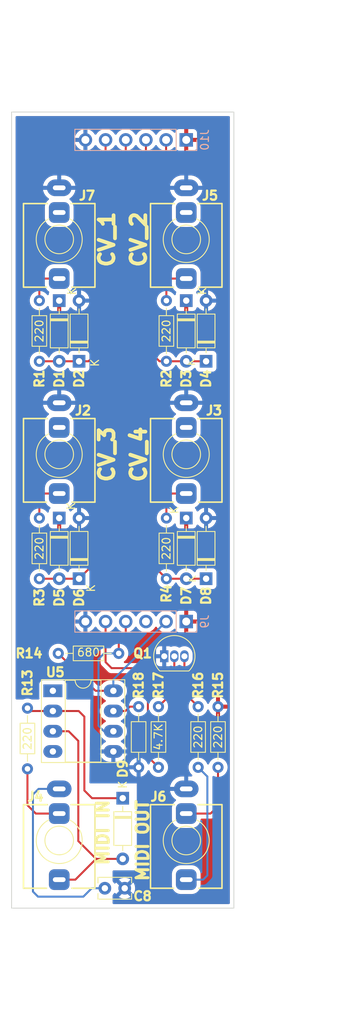
<source format=kicad_pcb>
(kicad_pcb (version 20211014) (generator pcbnew)
  (title_block (title "SYNTH MIDI COMTROLLER") (date "2022-09-23") (rev "1") (company "LAND BOARDS, LLC"))
  (layers (0 "F.Cu" signal) (31 "B.Cu" signal) (34 "B.Paste" user) (35 "F.Paste" user) (36 "B.SilkS" user "B.Silkscreen") (37 "F.SilkS" user "F.Silkscreen") (38 "B.Mask" user) (39 "F.Mask" user) (44 "Edge.Cuts" user))
  (net 0 "")
  (net 1 "+3V3")
  (net 2 "+5V")
  (net 6 "/MIDI_IN")
  (net 7 "Net-(Q1-Pad3)")
  (net 8 "/CV4")
  (net 9 "/CV3")
  (net 10 "/CV1")
  (net 11 "/CV2")
  (net 13 "GND")
  (net 14 "/MIDI_GND")
  (net 15 "/MIDI_RTN")
  (net 18 "/MIDI_RES")
  (net 19 "/MO5")
  (net 20 "/MOLO")
  (net 21 "/RBO")
  (net 22 "/OBF")
  (net 23 "+5VD")
  (net 24 "/CV1_C")
  (net 25 "/CV2_C")
  (net 26 "/CV3_C")
  (net 27 "/CV4_C")
  (net 28 "/OPTOUT-C")
  (net 29 "/RBI-C")
  (footprint "Diode_THT:D_DO-35_SOD27_P7.62mm_Horizontal" (layer "F.Cu") (at 89.5 90.62 90)
    (fp_text reference "D8" (at -2.159 0 90) (layer "F.SilkS") (effects (font (size 1.143 1.143) (thickness 0.381))))
    (fp_text value "BAT41")
    (fp_text user "K" (at 0 -1.8 90) (layer "F.SilkS"))
    (fp_line (start 1.04 0) (end 1.69 0) (layer "F.SilkS") (width 0.12))
    (fp_line (start 6.58 0) (end 5.93 0) (layer "F.SilkS") (width 0.12))
    (fp_line (start 2.53 -1.12) (end 2.53 1.12) (layer "F.SilkS") (width 0.12))
    (fp_line (start 1.69 1.12) (end 5.93 1.12) (layer "F.SilkS") (width 0.12))
    (fp_line (start 5.93 -1.12) (end 1.69 -1.12) (layer "F.SilkS") (width 0.12))
    (fp_line (start 5.93 1.12) (end 5.93 -1.12) (layer "F.SilkS") (width 0.12))
    (fp_line (start 2.41 -1.12) (end 2.41 1.12) (layer "F.SilkS") (width 0.12))
    (fp_line (start 2.29 -1.12) (end 2.29 1.12) (layer "F.SilkS") (width 0.12))
    (fp_line (start 1.69 -1.12) (end 1.69 1.12) (layer "F.SilkS") (width 0.12))
    (pad "1" thru_hole rect (at 0 0 90) (size 1.6 1.6) (drill 0.8) (layers *.Cu *.Mask) (net 27 "/CV4_C"))
    (pad "2" thru_hole oval (at 7.62 0 90) (size 1.6 1.6) (drill 0.8) (layers *.Cu *.Mask) (net 13 "GND"))
  )
  (footprint "Diode_THT:D_DO-35_SOD27_P7.62mm_Horizontal" (layer "F.Cu") (at 73.5 63.31 90)
    (fp_text reference "D2" (at -2.19 0 90) (layer "F.SilkS") (effects (font (size 1.143 1.143) (thickness 0.381))))
    (fp_text value "BAT41")
    (fp_text user "K" (at -0.19 2 90) (layer "F.SilkS"))
    (fp_line (start 1.69 1.12) (end 5.93 1.12) (layer "F.SilkS") (width 0.12))
    (fp_line (start 1.04 0) (end 1.69 0) (layer "F.SilkS") (width 0.12))
    (fp_line (start 2.53 -1.12) (end 2.53 1.12) (layer "F.SilkS") (width 0.12))
    (fp_line (start 5.93 -1.12) (end 1.69 -1.12) (layer "F.SilkS") (width 0.12))
    (fp_line (start 2.29 -1.12) (end 2.29 1.12) (layer "F.SilkS") (width 0.12))
    (fp_line (start 1.69 -1.12) (end 1.69 1.12) (layer "F.SilkS") (width 0.12))
    (fp_line (start 5.93 1.12) (end 5.93 -1.12) (layer "F.SilkS") (width 0.12))
    (fp_line (start 2.41 -1.12) (end 2.41 1.12) (layer "F.SilkS") (width 0.12))
    (fp_line (start 6.58 0) (end 5.93 0) (layer "F.SilkS") (width 0.12))
    (pad "1" thru_hole rect (at 0 0 90) (size 1.6 1.6) (drill 0.8) (layers *.Cu *.Mask) (net 24 "/CV1_C"))
    (pad "2" thru_hole oval (at 7.62 0 90) (size 1.6 1.6) (drill 0.8) (layers *.Cu *.Mask) (net 13 "GND"))
  )
  (footprint "Resistor_THT:R_Axial_DIN0204_L3.6mm_D1.6mm_P7.62mm_Horizontal" (layer "F.Cu") (at 84.5 63.31 90)
    (fp_text reference "R2" (at -2.19 0 90) (layer "F.SilkS") (effects (font (size 1.143 1.143) (thickness 0.381))))
    (fp_text value "220" (at 3.81 0 90) (layer "F.SilkS"))
    (fp_line (start 1.89 0.92) (end 5.73 0.92) (layer "F.SilkS") (width 0.12))
    (fp_line (start 0.94 0) (end 1.89 0) (layer "F.SilkS") (width 0.12))
    (fp_line (start 6.68 0) (end 5.73 0) (layer "F.SilkS") (width 0.12))
    (fp_line (start 5.73 0.92) (end 5.73 -0.92) (layer "F.SilkS") (width 0.12))
    (fp_line (start 1.89 -0.92) (end 1.89 0.92) (layer "F.SilkS") (width 0.12))
    (fp_line (start 5.73 -0.92) (end 1.89 -0.92) (layer "F.SilkS") (width 0.12))
    (pad "1" thru_hole circle (at 0 0 90) (size 1.4 1.4) (drill 0.7) (layers *.Cu *.Mask) (net 25 "/CV2_C"))
    (pad "2" thru_hole oval (at 7.62 0 90) (size 1.4 1.4) (drill 0.7) (layers *.Cu *.Mask) (net 11 "/CV2"))
  )
  (footprint "Capacitor_THT:C_Rect_L4.0mm_W2.5mm_P2.50mm" (layer "F.Cu") (at 76.75 129.5)
    (fp_text reference "C8" (at 4.75 1) (layer "F.SilkS") (effects (font (size 1.143 1.143) (thickness 0.381))))
    (fp_text value "0.1uF")
    (fp_line (start -0.87 -1.37) (end 3.37 -1.37) (layer "F.SilkS") (width 0.12))
    (fp_line (start -0.87 1.37) (end 3.37 1.37) (layer "F.SilkS") (width 0.12))
    (fp_line (start -0.87 -1.37) (end -0.87 -0.665) (layer "F.SilkS") (width 0.12))
    (fp_line (start 3.37 -1.37) (end 3.37 -0.665) (layer "F.SilkS") (width 0.12))
    (fp_line (start -0.87 0.665) (end -0.87 1.37) (layer "F.SilkS") (width 0.12))
    (fp_line (start 3.37 0.665) (end 3.37 1.37) (layer "F.SilkS") (width 0.12))
    (pad "1" thru_hole circle (at 0 0) (size 1.6 1.6) (drill 0.8) (layers *.Cu *.Mask) (net 14 "/MIDI_GND"))
    (pad "2" thru_hole circle (at 2.5 0) (size 1.6 1.6) (drill 0.8) (layers *.Cu *.Mask) (net 13 "GND"))
  )
  (footprint "Resistor_THT:R_Axial_DIN0204_L3.6mm_D1.6mm_P7.62mm_Horizontal" (layer "F.Cu") (at 84.5 90.62 90)
    (fp_text reference "R4" (at -1.88 0 90) (layer "F.SilkS") (effects (font (size 1.143 1.143) (thickness 0.381))))
    (fp_text value "220" (at 3.81 0 90) (layer "F.SilkS"))
    (fp_line (start 1.89 0.92) (end 5.73 0.92) (layer "F.SilkS") (width 0.12))
    (fp_line (start 6.68 0) (end 5.73 0) (layer "F.SilkS") (width 0.12))
    (fp_line (start 1.89 -0.92) (end 1.89 0.92) (layer "F.SilkS") (width 0.12))
    (fp_line (start 5.73 -0.92) (end 1.89 -0.92) (layer "F.SilkS") (width 0.12))
    (fp_line (start 5.73 0.92) (end 5.73 -0.92) (layer "F.SilkS") (width 0.12))
    (fp_line (start 0.94 0) (end 1.89 0) (layer "F.SilkS") (width 0.12))
    (pad "1" thru_hole circle (at 0 0 90) (size 1.4 1.4) (drill 0.7) (layers *.Cu *.Mask) (net 27 "/CV4_C"))
    (pad "2" thru_hole oval (at 7.62 0 90) (size 1.4 1.4) (drill 0.7) (layers *.Cu *.Mask) (net 8 "/CV4"))
  )
  (footprint "Resistor_THT:R_Axial_DIN0204_L3.6mm_D1.6mm_P7.62mm_Horizontal" (layer "F.Cu") (at 67 114.5 90)
    (fp_text reference "R13" (at 10.795 0 90) (layer "F.SilkS") (effects (font (size 1.143 1.143) (thickness 0.381))))
    (fp_text value "220" (at 3.81 0 90) (layer "F.SilkS"))
    (fp_line (start 5.73 0.92) (end 5.73 -0.92) (layer "F.SilkS") (width 0.12))
    (fp_line (start 5.73 -0.92) (end 1.89 -0.92) (layer "F.SilkS") (width 0.12))
    (fp_line (start 1.89 -0.92) (end 1.89 0.92) (layer "F.SilkS") (width 0.12))
    (fp_line (start 6.68 0) (end 5.73 0) (layer "F.SilkS") (width 0.12))
    (fp_line (start 0.94 0) (end 1.89 0) (layer "F.SilkS") (width 0.12))
    (fp_line (start 1.89 0.92) (end 5.73 0.92) (layer "F.SilkS") (width 0.12))
    (pad "1" thru_hole circle (at 0 0 90) (size 1.4 1.4) (drill 0.7) (layers *.Cu *.Mask) (net 6 "/MIDI_IN"))
    (pad "2" thru_hole oval (at 7.62 0 90) (size 1.4 1.4) (drill 0.7) (layers *.Cu *.Mask) (net 18 "/MIDI_RES"))
  )
  (footprint "AudioJacks:Jack_3.5mm_QingPu_WQP-PJ366ST_Vertical" (layer "F.Cu") (at 87 75 180)
    (fp_text reference "J3" (at -3.5 5.5 180) (layer "F.SilkS") (effects (font (size 1.143 1.143) (thickness 0.381))))
    (fp_text value "AudioJack3")
    (fp_line (start -4.5 4.5) (end -1.5 4.5) (layer "F.SilkS") (width 0.2))
    (fp_line (start 1.6 -6) (end 4.5 -6) (layer "F.SilkS") (width 0.2))
    (fp_line (start 4.5 4.5) (end 4.5 -6) (layer "F.SilkS") (width 0.2))
    (fp_line (start 1.5 4.5) (end 4.5 4.5) (layer "F.SilkS") (width 0.2))
    (fp_line (start -4.5 4.5) (end -4.5 -6) (layer "F.SilkS") (width 0.2))
    (fp_line (start -4.5 -6) (end -1.6 -6) (layer "F.SilkS") (width 0.2))
    (fp_arc (start -1.296263 2.588577) (mid -2.817353 -0.665994) (end 0 -2.895) (layer "F.SilkS") (width 0.12))
    (fp_arc (start 0 -2.895) (mid 2.817353 -0.665994) (end 1.296263 2.588577) (layer "F.SilkS") (width 0.12))
    (fp_circle (center 0 0) (end -1.8 0) (layer "F.SilkS") (width 0.12) (fill none))
    (pad "R" thru_hole roundrect locked (at 0 3.38 180) (size 2.6 2.6) (drill oval 1.6 0.6) (layers *.Cu *.Mask))
    (pad "S" thru_hole oval locked (at 0 6.48 180) (size 3.1 2.1) (drill oval 1.6 0.6) (layers *.Cu *.Mask) (net 13 "GND"))
    (pad "T" thru_hole roundrect locked (at 0 -4.92 180) (size 2.6 2.6) (drill oval 1.6 0.6) (layers *.Cu *.Mask) (net 8 "/CV4"))
  )
  (footprint "Package_DIP:DIP-8_W7.62mm_Socket_LongPads" (layer "F.Cu") (at 70.2 104.7)
    (fp_text reference "U5" (at 0.3 -2.33) (layer "F.SilkS") (effects (font (size 1.143 1.143) (thickness 0.381))))
    (fp_text value "6N138")
    (fp_line (start 2.81 -1.33) (end 1.56 -1.33) (layer "F.SilkS") (width 0.12))
    (fp_line (start -1.44 -1.39) (end -1.44 9.01) (layer "F.SilkS") (width 0.12))
    (fp_line (start 1.56 -1.33) (end 1.56 8.95) (layer "F.SilkS") (width 0.12))
    (fp_line (start 1.56 8.95) (end 6.06 8.95) (layer "F.SilkS") (width 0.12))
    (fp_line (start 9.06 -1.39) (end -1.44 -1.39) (layer "F.SilkS") (width 0.12))
    (fp_line (start 6.06 8.95) (end 6.06 -1.33) (layer "F.SilkS") (width 0.12))
    (fp_line (start 6.06 -1.33) (end 4.81 -1.33) (layer "F.SilkS") (width 0.12))
    (fp_line (start -1.44 9.01) (end 9.06 9.01) (layer "F.SilkS") (width 0.12))
    (fp_line (start 9.06 9.01) (end 9.06 -1.39) (layer "F.SilkS") (width 0.12))
    (fp_arc (start 4.81 -1.33) (mid 3.81 -0.33) (end 2.81 -1.33) (layer "F.SilkS") (width 0.12))
    (pad "1" thru_hole rect (at 0 0) (size 2.4 1.6) (drill 0.8) (layers *.Cu *.Mask))
    (pad "2" thru_hole oval (at 0 2.54) (size 2.4 1.6) (drill 0.8) (layers *.Cu *.Mask) (net 18 "/MIDI_RES"))
    (pad "3" thru_hole oval (at 0 5.08) (size 2.4 1.6) (drill 0.8) (layers *.Cu *.Mask) (net 15 "/MIDI_RTN"))
    (pad "4" thru_hole oval (at 0 7.62) (size 2.4 1.6) (drill 0.8) (layers *.Cu *.Mask))
    (pad "5" thru_hole oval (at 7.62 7.62) (size 2.4 1.6) (drill 0.8) (layers *.Cu *.Mask) (net 13 "GND"))
    (pad "6" thru_hole oval (at 7.62 5.08) (size 2.4 1.6) (drill 0.8) (layers *.Cu *.Mask) (net 28 "/OPTOUT-C"))
    (pad "7" thru_hole oval (at 7.62 2.54) (size 2.4 1.6) (drill 0.8) (layers *.Cu *.Mask) (net 22 "/OBF"))
    (pad "8" thru_hole oval (at 7.62 0) (size 2.4 1.6) (drill 0.8) (layers *.Cu *.Mask) (net 1 "+3V3"))
  )
  (footprint "AudioJacks:Jack_3.5mm_QingPu_WQP-PJ366ST_Vertical" (layer "F.Cu") (at 87 48 180)
    (fp_text reference "J5" (at -3 5.5) (layer "F.SilkS") (effects (font (size 1.143 1.143) (thickness 0.381))))
    (fp_text value "AudioJack3")
    (fp_line (start 4.5 4.5) (end 4.5 -6) (layer "F.SilkS") (width 0.2))
    (fp_line (start 1.5 4.5) (end 4.5 4.5) (layer "F.SilkS") (width 0.2))
    (fp_line (start -4.5 -6) (end -1.6 -6) (layer "F.SilkS") (width 0.2))
    (fp_line (start -4.5 4.5) (end -1.5 4.5) (layer "F.SilkS") (width 0.2))
    (fp_line (start 1.6 -6) (end 4.5 -6) (layer "F.SilkS") (width 0.2))
    (fp_line (start -4.5 4.5) (end -4.5 -6) (layer "F.SilkS") (width 0.2))
    (fp_arc (start -1.296263 2.588577) (mid -2.817353 -0.665994) (end 0 -2.895) (layer "F.SilkS") (width 0.12))
    (fp_arc (start 0 -2.895) (mid 2.817353 -0.665994) (end 1.296263 2.588577) (layer "F.SilkS") (width 0.12))
    (fp_circle (center 0 0) (end -1.8 0) (layer "F.SilkS") (width 0.12) (fill none))
    (pad "R" thru_hole roundrect locked (at 0 3.38 180) (size 2.6 2.6) (drill oval 1.6 0.6) (layers *.Cu *.Mask))
    (pad "S" thru_hole oval locked (at 0 6.48 180) (size 3.1 2.1) (drill oval 1.6 0.6) (layers *.Cu *.Mask) (net 13 "GND"))
    (pad "T" thru_hole roundrect locked (at 0 -4.92 180) (size 2.6 2.6) (drill oval 1.6 0.6) (layers *.Cu *.Mask) (net 11 "/CV2"))
  )
  (footprint "Diode_THT:D_DO-35_SOD27_P7.62mm_Horizontal" (layer "F.Cu") (at 87 55.69 -90)
    (fp_text reference "D3" (at 9.81 0 90) (layer "F.SilkS") (effects (font (size 1.143 1.143) (thickness 0.381))))
    (fp_text value "BAT41")
    (fp_text user "K" (at -1.19 -2 90) (layer "F.SilkS"))
    (fp_line (start 2.53 -1.12) (end 2.53 1.12) (layer "F.SilkS") (width 0.12))
    (fp_line (start 5.93 1.12) (end 5.93 -1.12) (layer "F.SilkS") (width 0.12))
    (fp_line (start 2.41 -1.12) (end 2.41 1.12) (layer "F.SilkS") (width 0.12))
    (fp_line (start 1.69 -1.12) (end 1.69 1.12) (layer "F.SilkS") (width 0.12))
    (fp_line (start 6.58 0) (end 5.93 0) (layer "F.SilkS") (width 0.12))
    (fp_line (start 5.93 -1.12) (end 1.69 -1.12) (layer "F.SilkS") (width 0.12))
    (fp_line (start 1.04 0) (end 1.69 0) (layer "F.SilkS") (width 0.12))
    (fp_line (start 2.29 -1.12) (end 2.29 1.12) (layer "F.SilkS") (width 0.12))
    (fp_line (start 1.69 1.12) (end 5.93 1.12) (layer "F.SilkS") (width 0.12))
    (pad "1" thru_hole rect (at 0 0 270) (size 1.6 1.6) (drill 0.8) (layers *.Cu *.Mask) (net 2 "+5V"))
    (pad "2" thru_hole oval (at 7.62 0 270) (size 1.6 1.6) (drill 0.8) (layers *.Cu *.Mask) (net 25 "/CV2_C"))
  )
  (footprint "Diode_THT:D_DO-35_SOD27_P7.62mm_Horizontal" (layer "F.Cu") (at 79 118.19 -90)
    (fp_text reference "D9" (at -3.69 0 90) (layer "F.SilkS") (effects (font (size 1.143 1.143) (thickness 0.381))))
    (fp_text value "BAT41")
    (fp_text user "K" (at -1.69 0 90) (layer "F.SilkS"))
    (fp_line (start 1.69 1.12) (end 5.93 1.12) (layer "F.SilkS") (width 0.12))
    (fp_line (start 2.29 -1.12) (end 2.29 1.12) (layer "F.SilkS") (width 0.12))
    (fp_line (start 2.53 -1.12) (end 2.53 1.12) (layer "F.SilkS") (width 0.12))
    (fp_line (start 1.69 -1.12) (end 1.69 1.12) (layer "F.SilkS") (width 0.12))
    (fp_line (start 5.93 1.12) (end 5.93 -1.12) (layer "F.SilkS") (width 0.12))
    (fp_line (start 2.41 -1.12) (end 2.41 1.12) (layer "F.SilkS") (width 0.12))
    (fp_line (start 5.93 -1.12) (end 1.69 -1.12) (layer "F.SilkS") (width 0.12))
    (fp_line (start 1.04 0) (end 1.69 0) (layer "F.SilkS") (width 0.12))
    (fp_line (start 6.58 0) (end 5.93 0) (layer "F.SilkS") (width 0.12))
    (pad "1" thru_hole rect (at 0 0 270) (size 1.6 1.6) (drill 0.8) (layers *.Cu *.Mask) (net 18 "/MIDI_RES"))
    (pad "2" thru_hole oval (at 7.62 0 270) (size 1.6 1.6) (drill 0.8) (layers *.Cu *.Mask) (net 15 "/MIDI_RTN"))
  )
  (footprint "Resistor_THT:R_Axial_DIN0204_L3.6mm_D1.6mm_P7.62mm_Horizontal" (layer "F.Cu") (at 68.5 63.31 90)
    (fp_text reference "R1" (at -2.19 0 90) (layer "F.SilkS") (effects (font (size 1.143 1.143) (thickness 0.381))))
    (fp_text value "220" (at 3.81 0 90) (layer "F.SilkS"))
    (fp_line (start 1.89 0.92) (end 5.73 0.92) (layer "F.SilkS") (width 0.12))
    (fp_line (start 5.73 -0.92) (end 1.89 -0.92) (layer "F.SilkS") (width 0.12))
    (fp_line (start 1.89 -0.92) (end 1.89 0.92) (layer "F.SilkS") (width 0.12))
    (fp_line (start 0.94 0) (end 1.89 0) (layer "F.SilkS") (width 0.12))
    (fp_line (start 5.73 0.92) (end 5.73 -0.92) (layer "F.SilkS") (width 0.12))
    (fp_line (start 6.68 0) (end 5.73 0) (layer "F.SilkS") (width 0.12))
    (pad "1" thru_hole circle (at 0 0 90) (size 1.4 1.4) (drill 0.7) (layers *.Cu *.Mask) (net 24 "/CV1_C"))
    (pad "2" thru_hole oval (at 7.62 0 90) (size 1.4 1.4) (drill 0.7) (layers *.Cu *.Mask) (net 10 "/CV1"))
  )
  (footprint "Diode_THT:D_DO-35_SOD27_P7.62mm_Horizontal" (layer "F.Cu") (at 71 55.69 -90)
    (fp_text reference "D1" (at 9.81 0 90) (layer "F.SilkS") (effects (font (size 1.143 1.143) (thickness 0.381))))
    (fp_text value "BAT41")
    (fp_text user "K" (at -1.19 -1.6 90) (layer "F.SilkS"))
    (fp_line (start 1.69 -1.12) (end 1.69 1.12) (layer "F.SilkS") (width 0.12))
    (fp_line (start 2.29 -1.12) (end 2.29 1.12) (layer "F.SilkS") (width 0.12))
    (fp_line (start 6.58 0) (end 5.93 0) (layer "F.SilkS") (width 0.12))
    (fp_line (start 1.04 0) (end 1.69 0) (layer "F.SilkS") (width 0.12))
    (fp_line (start 5.93 1.12) (end 5.93 -1.12) (layer "F.SilkS") (width 0.12))
    (fp_line (start 5.93 -1.12) (end 1.69 -1.12) (layer "F.SilkS") (width 0.12))
    (fp_line (start 1.69 1.12) (end 5.93 1.12) (layer "F.SilkS") (width 0.12))
    (fp_line (start 2.41 -1.12) (end 2.41 1.12) (layer "F.SilkS") (width 0.12))
    (fp_line (start 2.53 -1.12) (end 2.53 1.12) (layer "F.SilkS") (width 0.12))
    (pad "1" thru_hole rect (at 0 0 270) (size 1.6 1.6) (drill 0.8) (layers *.Cu *.Mask) (net 2 "+5V"))
    (pad "2" thru_hole oval (at 7.62 0 270) (size 1.6 1.6) (drill 0.8) (layers *.Cu *.Mask) (net 24 "/CV1_C"))
  )
  (footprint "Diode_THT:D_DO-35_SOD27_P7.62mm_Horizontal" (layer "F.Cu") (at 87 83 -90)
    (fp_text reference "D7" (at 9.779 0 90) (layer "F.SilkS") (effects (font (size 1.143 1.143) (thickness 0.381))))
    (fp_text value "BAT41")
    (fp_text user "K" (at -1 1.5 90) (layer "F.SilkS"))
    (fp_line (start 5.93 1.12) (end 5.93 -1.12) (layer "F.SilkS") (width 0.12))
    (fp_line (start 6.58 0) (end 5.93 0) (layer "F.SilkS") (width 0.12))
    (fp_line (start 2.53 -1.12) (end 2.53 1.12) (layer "F.SilkS") (width 0.12))
    (fp_line (start 1.69 -1.12) (end 1.69 1.12) (layer "F.SilkS") (width 0.12))
    (fp_line (start 5.93 -1.12) (end 1.69 -1.12) (layer "F.SilkS") (width 0.12))
    (fp_line (start 2.41 -1.12) (end 2.41 1.12) (layer "F.SilkS") (width 0.12))
    (fp_line (start 1.04 0) (end 1.69 0) (layer "F.SilkS") (width 0.12))
    (fp_line (start 1.69 1.12) (end 5.93 1.12) (layer "F.SilkS") (width 0.12))
    (fp_line (start 2.29 -1.12) (end 2.29 1.12) (layer "F.SilkS") (width 0.12))
    (pad "1" thru_hole rect (at 0 0 270) (size 1.6 1.6) (drill 0.8) (layers *.Cu *.Mask) (net 2 "+5V"))
    (pad "2" thru_hole oval (at 7.62 0 270) (size 1.6 1.6) (drill 0.8) (layers *.Cu *.Mask) (net 27 "/CV4_C"))
  )
  (footprint "Diode_THT:D_DO-35_SOD27_P7.62mm_Horizontal" (layer "F.Cu") (at 73.5 90.62 90)
    (fp_text reference "D6" (at -2.38 0 90) (layer "F.SilkS") (effects (font (size 1.143 1.143) (thickness 0.381))))
    (fp_text value "BAT41")
    (fp_text user "K" (at -1.19 1.5 90) (layer "F.SilkS"))
    (fp_line (start 2.29 -1.12) (end 2.29 1.12) (layer "F.SilkS") (width 0.12))
    (fp_line (start 1.04 0) (end 1.69 0) (layer "F.SilkS") (width 0.12))
    (fp_line (start 5.93 -1.12) (end 1.69 -1.12) (layer "F.SilkS") (width 0.12))
    (fp_line (start 2.41 -1.12) (end 2.41 1.12) (layer "F.SilkS") (width 0.12))
    (fp_line (start 6.58 0) (end 5.93 0) (layer "F.SilkS") (width 0.12))
    (fp_line (start 5.93 1.12) (end 5.93 -1.12) (layer "F.SilkS") (width 0.12))
    (fp_line (start 1.69 -1.12) (end 1.69 1.12) (layer "F.SilkS") (width 0.12))
    (fp_line (start 2.53 -1.12) (end 2.53 1.12) (layer "F.SilkS") (width 0.12))
    (fp_line (start 1.69 1.12) (end 5.93 1.12) (layer "F.SilkS") (width 0.12))
    (pad "1" thru_hole rect (at 0 0 90) (size 1.6 1.6) (drill 0.8) (layers *.Cu *.Mask) (net 26 "/CV3_C"))
    (pad "2" thru_hole oval (at 7.62 0 90) (size 1.6 1.6) (drill 0.8) (layers *.Cu *.Mask) (net 13 "GND"))
  )
  (footprint "AudioJacks:Jack_3.5mm_QingPu_WQP-PJ366ST_Vertical" (layer "F.Cu") (at 87 123.5 180)
    (fp_text reference "J6" (at 3.5 5.5) (layer "F.SilkS") (effects (font (size 1.143 1.143) (thickness 0.381))))
    (fp_text value "AudioJack3")
    (fp_line (start -4.5 -6) (end -1.6 -6) (layer "F.SilkS") (width 0.2))
    (fp_line (start 4.5 4.5) (end 4.5 -6) (layer "F.SilkS") (width 0.2))
    (fp_line (start -4.5 4.5) (end -4.5 -6) (layer "F.SilkS") (width 0.2))
    (fp_line (start 1.5 4.5) (end 4.5 4.5) (layer "F.SilkS") (width 0.2))
    (fp_line (start -4.5 4.5) (end -1.5 4.5) (layer "F.SilkS") (width 0.2))
    (fp_line (start 1.6 -6) (end 4.5 -6) (layer "F.SilkS") (width 0.2))
    (fp_arc (start -1.296263 2.588577) (mid -2.817353 -0.665994) (end 0 -2.895) (layer "F.SilkS") (width 0.12))
    (fp_arc (start 0 -2.895) (mid 2.817353 -0.665994) (end 1.296263 2.588577) (layer "F.SilkS") (width 0.12))
    (fp_circle (center 0 0) (end -1.8 0) (layer "F.SilkS") (width 0.12) (fill none))
    (pad "R" thru_hole roundrect locked (at 0 3.38 180) (size 2.6 2.6) (drill oval 1.6 0.6) (layers *.Cu *.Mask) (net 19 "/MO5"))
    (pad "S" thru_hole oval locked (at 0 6.48 180) (size 3.1 2.1) (drill oval 1.6 0.6) (layers *.Cu *.Mask) (net 13 "GND"))
    (pad "T" thru_hole roundrect locked (at 0 -4.92 180) (size 2.6 2.6) (drill oval 1.6 0.6) (layers *.Cu *.Mask) (net 20 "/MOLO"))
  )
  (footprint "Resistor_THT:R_Axial_DIN0204_L3.6mm_D1.6mm_P7.62mm_Horizontal" (layer "F.Cu") (at 68.5 90.62 90)
    (fp_text reference "R3" (at -2.38 0 90) (layer "F.SilkS") (effects (font (size 1.143 1.143) (thickness 0.381))))
    (fp_text value "220" (at 3.81 0 90) (layer "F.SilkS"))
    (fp_line (start 5.73 -0.92) (end 1.89 -0.92) (layer "F.SilkS") (width 0.12))
    (fp_line (start 5.73 0.92) (end 5.73 -0.92) (layer "F.SilkS") (width 0.12))
    (fp_line (start 1.89 -0.92) (end 1.89 0.92) (layer "F.SilkS") (width 0.12))
    (fp_line (start 6.68 0) (end 5.73 0) (layer "F.SilkS") (width 0.12))
    (fp_line (start 1.89 0.92) (end 5.73 0.92) (layer "F.SilkS") (width 0.12))
    (fp_line (start 0.94 0) (end 1.89 0) (layer "F.SilkS") (width 0.12))
    (pad "1" thru_hole circle (at 0 0 90) (size 1.4 1.4) (drill 0.7) (layers *.Cu *.Mask) (net 26 "/CV3_C"))
    (pad "2" thru_hole oval (at 7.62 0 90) (size 1.4 1.4) (drill 0.7) (layers *.Cu *.Mask) (net 9 "/CV3"))
  )
  (footprint "Diode_THT:D_DO-35_SOD27_P7.62mm_Horizontal" (layer "F.Cu") (at 89.5 63.31 90)
    (fp_text reference "D4" (at -2.19 0 90) (layer "F.SilkS") (effects (font (size 1.143 1.143) (thickness 0.381))))
    (fp_text value "BAT41")
    (fp_text user "K" (at -0.095 -1.905 90) (layer "F.SilkS"))
    (fp_line (start 2.29 -1.12) (end 2.29 1.12) (layer "F.SilkS") (width 0.12))
    (fp_line (start 2.41 -1.12) (end 2.41 1.12) (layer "F.SilkS") (width 0.12))
    (fp_line (start 1.69 -1.12) (end 1.69 1.12) (layer "F.SilkS") (width 0.12))
    (fp_line (start 1.04 0) (end 1.69 0) (layer "F.SilkS") (width 0.12))
    (fp_line (start 5.93 1.12) (end 5.93 -1.12) (layer "F.SilkS") (width 0.12))
    (fp_line (start 2.53 -1.12) (end 2.53 1.12) (layer "F.SilkS") (width 0.12))
    (fp_line (start 6.58 0) (end 5.93 0) (layer "F.SilkS") (width 0.12))
    (fp_line (start 5.93 -1.12) (end 1.69 -1.12) (layer "F.SilkS") (width 0.12))
    (fp_line (start 1.69 1.12) (end 5.93 1.12) (layer "F.SilkS") (width 0.12))
    (pad "1" thru_hole rect (at 0 0 90) (size 1.6 1.6) (drill 0.8) (layers *.Cu *.Mask) (net 25 "/CV2_C"))
    (pad "2" thru_hole oval (at 7.62 0 90) (size 1.6 1.6) (drill 0.8) (layers *.Cu *.Mask) (net 13 "GND"))
  )
  (footprint "Resistor_THT:R_Axial_DIN0204_L3.6mm_D1.6mm_P7.62mm_Horizontal" (layer "F.Cu") (at 88.5 106.69 -90)
    (fp_text reference "R16" (at -2.69 0 90) (layer "F.SilkS") (effects (font (size 1.143 1.143) (thickness 0.381))))
    (fp_text value "220" (at 3.81 0 90) (layer "F.SilkS"))
    (fp_line (start 0.94 0) (end 1.89 0) (layer "F.SilkS") (width 0.12))
    (fp_line (start 5.73 0.92) (end 5.73 -0.92) (layer "F.SilkS") (width 0.12))
    (fp_line (start 6.68 0) (end 5.73 0) (layer "F.SilkS") (width 0.12))
    (fp_line (start 1.89 -0.92) (end 1.89 0.92) (layer "F.SilkS") (width 0.12))
    (fp_line (start 1.89 0.92) (end 5.73 0.92) (layer "F.SilkS") (width 0.12))
    (fp_line (start 5.73 -0.92) (end 1.89 -0.92) (layer "F.SilkS") (width 0.12))
    (pad "1" thru_hole circle (at 0 0 270) (size 1.4 1.4) (drill 0.7) (layers *.Cu *.Mask) (net 7 "Net-(Q1-Pad3)"))
    (pad "2" thru_hole oval (at 7.62 0 270) (size 1.4 1.4) (drill 0.7) (layers *.Cu *.Mask) (net 20 "/MOLO"))
  )
  (footprint "Package_TO_SOT_THT:TO-92_Inline" (layer "F.Cu") (at 84.23 100.36)
    (fp_text reference "Q1" (at -2.73 -0.36) (layer "F.SilkS") (effects (font (size 1.143 1.143) (thickness 0.381))))
    (fp_text value "2N3904")
    (fp_line (start -0.53 1.85) (end 3.07 1.85) (layer "F.SilkS") (width 0.12))
    (fp_arc (start 1.27 -2.6) (mid 3.672087 -0.994977) (end 3.108478 1.838478) (layer "F.SilkS") (width 0.12))
    (fp_arc (start -0.568478 1.838478) (mid -1.132087 -0.994977) (end 1.27 -2.6) (layer "F.SilkS") (width 0.12))
    (pad "1" thru_hole rect (at 0 0) (size 1.05 1.5) (drill 0.75) (layers *.Cu *.Mask) (net 13 "GND"))
    (pad "2" thru_hole oval (at 1.27 0) (size 1.05 1.5) (drill 0.75) (layers *.Cu *.Mask) (net 21 "/RBO"))
    (pad "3" thru_hole oval (at 2.54 0) (size 1.05 1.5) (drill 0.75) (layers *.Cu *.Mask) (net 7 "Net-(Q1-Pad3)"))
  )
  (footprint "Diode_THT:D_DO-35_SOD27_P7.62mm_Horizontal" (layer "F.Cu") (at 71 83 -90)
    (fp_text reference "D5" (at 10 0 90) (layer "F.SilkS") (effects (font (size 1.143 1.143) (thickness 0.381))))
    (fp_text value "BAT41")
    (fp_text user "K" (at -1.5 -1.5 90) (layer "F.SilkS"))
    (fp_line (start 1.04 0) (end 1.69 0) (layer "F.SilkS") (width 0.12))
    (fp_line (start 5.93 -1.12) (end 1.69 -1.12) (layer "F.SilkS") (width 0.12))
    (fp_line (start 2.29 -1.12) (end 2.29 1.12) (layer "F.SilkS") (width 0.12))
    (fp_line (start 5.93 1.12) (end 5.93 -1.12) (layer "F.SilkS") (width 0.12))
    (fp_line (start 2.53 -1.12) (end 2.53 1.12) (layer "F.SilkS") (width 0.12))
    (fp_line (start 1.69 -1.12) (end 1.69 1.12) (layer "F.SilkS") (width 0.12))
    (fp_line (start 1.69 1.12) (end 5.93 1.12) (layer "F.SilkS") (width 0.12))
    (fp_line (start 2.41 -1.12) (end 2.41 1.12) (layer "F.SilkS") (width 0.12))
    (fp_line (start 6.58 0) (end 5.93 0) (layer "F.SilkS") (width 0.12))
    (pad "1" thru_hole rect (at 0 0 270) (size 1.6 1.6) (drill 0.8) (layers *.Cu *.Mask) (net 2 "+5V"))
    (pad "2" thru_hole oval (at 7.62 0 270) (size 1.6 1.6) (drill 0.8) (layers *.Cu *.Mask) (net 26 "/CV3_C"))
  )
  (footprint "Resistor_THT:R_Axial_DIN0204_L3.6mm_D1.6mm_P7.62mm_Horizontal" (layer "F.Cu") (at 78.5 100 180)
    (fp_text reference "R14" (at 11.31 0) (layer "F.SilkS") (effects (font (size 1.143 1.143) (thickness 0.381))))
    (fp_text value "680" (at 3.81 0.127) (layer "F.SilkS"))
    (fp_line (start 6.68 0) (end 5.73 0) (layer "F.SilkS") (width 0.12))
    (fp_line (start 0.94 0) (end 1.89 0) (layer "F.SilkS") (width 0.12))
    (fp_line (start 5.73 -0.92) (end 1.89 -0.92) (layer "F.SilkS") (width 0.12))
    (fp_line (start 5.73 0.92) (end 5.73 -0.92) (layer "F.SilkS") (width 0.12))
    (fp_line (start 1.89 -0.92) (end 1.89 0.92) (layer "F.SilkS") (width 0.12))
    (fp_line (start 1.89 0.92) (end 5.73 0.92) (layer "F.SilkS") (width 0.12))
    (pad "1" thru_hole circle (at 0 0 180) (size 1.4 1.4) (drill 0.7) (layers *.Cu *.Mask) (net 28 "/OPTOUT-C"))
    (pad "2" thru_hole oval (at 7.62 0 180) (size 1.4 1.4) (drill 0.7) (layers *.Cu *.Mask) (net 1 "+3V3"))
  )
  (footprint "AudioJacks:Jack_3.5mm_QingPu_WQP-PJ366ST_Vertical" (layer "F.Cu") (at 71 123.5 180)
    (fp_text reference "J4" (at 3 5.5) (layer "F.SilkS") (effects (font (size 1.143 1.143) (thickness 0.381))))
    (fp_text value "AudioJack3")
    (fp_line (start -4.5 4.5) (end -4.5 -6) (layer "F.SilkS") (width 0.2))
    (fp_line (start 1.5 4.5) (end 4.5 4.5) (layer "F.SilkS") (width 0.2))
    (fp_line (start 1.6 -6) (end 4.5 -6) (layer "F.SilkS") (width 0.2))
    (fp_line (start -4.5 -6) (end -1.6 -6) (layer "F.SilkS") (width 0.2))
    (fp_line (start 4.5 4.5) (end 4.5 -6) (layer "F.SilkS") (width 0.2))
    (fp_line (start -4.5 4.5) (end -1.5 4.5) (layer "F.SilkS") (width 0.2))
    (fp_arc (start -1.296263 2.588577) (mid -2.817353 -0.665994) (end 0 -2.895) (layer "F.SilkS") (width 0.12))
    (fp_arc (start 0 -2.895) (mid 2.817353 -0.665994) (end 1.296263 2.588577) (layer "F.SilkS") (width 0.12))
    (fp_circle (center 0 0) (end -1.8 0) (layer "F.SilkS") (width 0.12) (fill none))
    (pad "R" thru_hole roundrect locked (at 0 3.38 180) (size 2.6 2.6) (drill oval 1.6 0.6) (layers *.Cu *.Mask) (net 6 "/MIDI_IN"))
    (pad "S" thru_hole oval locked (at 0 6.48 180) (size 3.1 2.1) (drill oval 1.6 0.6) (layers *.Cu *.Mask) (net 14 "/MIDI_GND"))
    (pad "T" thru_hole roundrect locked (at 0 -4.92 180) (size 2.6 2.6) (drill oval 1.6 0.6) (layers *.Cu *.Mask) (net 15 "/MIDI_RTN"))
  )
  (footprint "Resistor_THT:R_Axial_DIN0204_L3.6mm_D1.6mm_P7.62mm_Horizontal" (layer "F.Cu") (at 91 114.31 90)
    (fp_text reference "R15" (at 10.31 0 90) (layer "F.SilkS") (effects (font (size 1.143 1.143) (thickness 0.381))))
    (fp_text value "220" (at 3.81 0 90) (layer "F.SilkS"))
    (fp_line (start 5.73 -0.92) (end 1.89 -0.92) (layer "F.SilkS") (width 0.12))
    (fp_line (start 1.89 -0.92) (end 1.89 0.92) (layer "F.SilkS") (width 0.12))
    (fp_line (start 5.73 0.92) (end 5.73 -0.92) (layer "F.SilkS") (width 0.12))
    (fp_line (start 0.94 0) (end 1.89 0) (layer "F.SilkS") (width 0.12))
    (fp_line (start 6.68 0) (end 5.73 0) (layer "F.SilkS") (width 0.12))
    (fp_line (start 1.89 0.92) (end 5.73 0.92) (layer "F.SilkS") (width 0.12))
    (pad "1" thru_hole circle (at 0 0 90) (size 1.4 1.4) (drill 0.7) (layers *.Cu *.Mask) (net 19 "/MO5"))
    (pad "2" thru_hole oval (at 7.62 0 90) (size 1.4 1.4) (drill 0.7) (layers *.Cu *.Mask) (net 2 "+5V"))
  )
  (footprint "AudioJacks:Jack_3.5mm_QingPu_WQP-PJ366ST_Vertical" (layer "F.Cu") (at 71 75 180)
    (fp_text reference "J2" (at -3 5.5 180) (layer "F.SilkS") (effects (font (size 1.143 1.143) (thickness 0.381))))
    (fp_text value "AudioJack3")
    (fp_line (start 1.5 4.5) (end 4.5 4.5) (layer "F.SilkS") (width 0.2))
    (fp_line (start 4.5 4.5) (end 4.5 -6) (layer "F.SilkS") (width 0.2))
    (fp_line (start -4.5 -6) (end -1.6 -6) (layer "F.SilkS") (width 0.2))
    (fp_line (start 1.6 -6) (end 4.5 -6) (layer "F.SilkS") (width 0.2))
    (fp_line (start -4.5 4.5) (end -4.5 -6) (layer "F.SilkS") (width 0.2))
    (fp_line (start -4.5 4.5) (end -1.5 4.5) (layer "F.SilkS") (width 0.2))
    (fp_arc (start 0 -2.895) (mid 2.817353 -0.665994) (end 1.296263 2.588577) (layer "F.SilkS") (width 0.12))
    (fp_arc (start -1.296263 2.588577) (mid -2.817353 -0.665994) (end 0 -2.895) (layer "F.SilkS") (width 0.12))
    (fp_circle (center 0 0) (end -1.8 0) (layer "F.SilkS") (width 0.12) (fill none))
    (pad "R" thru_hole roundrect locked (at 0 3.38 180) (size 2.6 2.6) (drill oval 1.6 0.6) (layers *.Cu *.Mask))
    (pad "S" thru_hole oval locked (at 0 6.48 180) (size 3.1 2.1) (drill oval 1.6 0.6) (layers *.Cu *.Mask) (net 13 "GND"))
    (pad "T" thru_hole roundrect locked (at 0 -4.92 180) (size 2.6 2.6) (drill oval 1.6 0.6) (layers *.Cu *.Mask) (net 9 "/CV3"))
  )
  (footprint "Resistor_THT:R_Axial_DIN0204_L3.6mm_D1.6mm_P7.62mm_Horizontal" (layer "F.Cu") (at 81 106.69 -90)
    (fp_text reference "R18" (at -2.69 0 90) (layer "F.SilkS") (effects (font (size 1.143 1.143) (thickness 0.381))))
    (fp_text value "1K")
    (fp_line (start 5.73 0.92) (end 5.73 -0.92) (layer "F.SilkS") (width 0.12))
    (fp_line (start 6.68 0) (end 5.73 0) (layer "F.SilkS") (width 0.12))
    (fp_line (start 1.89 0.92) (end 5.73 0.92) (layer "F.SilkS") (width 0.12))
    (fp_line (start 1.89 -0.92) (end 1.89 0.92) (layer "F.SilkS") (width 0.12))
    (fp_line (start 5.73 -0.92) (end 1.89 -0.92) (layer "F.SilkS") (width 0.12))
    (fp_line (start 0.94 0) (end 1.89 0) (layer "F.SilkS") (width 0.12))
    (pad "1" thru_hole circle (at 0 0 270) (size 1.4 1.4) (drill 0.7) (layers *.Cu *.Mask) (net 22 "/OBF"))
    (pad "2" thru_hole oval (at 7.62 0 270) (size 1.4 1.4) (drill 0.7) (layers *.Cu *.Mask) (net 13 "GND"))
  )
  (footprint "AudioJacks:Jack_3.5mm_QingPu_WQP-PJ366ST_Vertical" (layer "F.Cu") (at 71 48 180)
    (fp_text reference "J7" (at -3.5 5.5) (layer "F.SilkS") (effects (font (size 1.143 1.143) (thickness 0.381))))
    (fp_text value "AudioJack3")
    (fp_line (start 1.5 4.5) (end 4.5 4.5) (layer "F.SilkS") (width 0.2))
    (fp_line (start -4.5 4.5) (end -4.5 -6) (layer "F.SilkS") (width 0.2))
    (fp_line (start 4.5 4.5) (end 4.5 -6) (layer "F.SilkS") (width 0.2))
    (fp_line (start 1.6 -6) (end 4.5 -6) (layer "F.SilkS") (width 0.2))
    (fp_line (start -4.5 4.5) (end -1.5 4.5) (layer "F.SilkS") (width 0.2))
    (fp_line (start -4.5 -6) (end -1.6 -6) (layer "F.SilkS") (width 0.2))
    (fp_arc (start 0 -2.895) (mid 2.817353 -0.665994) (end 1.296263 2.588577) (layer "F.SilkS") (width 0.12))
    (fp_arc (start -1.296263 2.588577) (mid -2.817353 -0.665994) (end 0 -2.895) (layer "F.SilkS") (width 0.12))
    (fp_circle (center 0 0) (end -1.8 0) (layer "F.SilkS") (width 0.12) (fill none))
    (pad "R" thru_hole roundrect locked (at 0 3.38 180) (size 2.6 2.6) (drill oval 1.6 0.6) (layers *.Cu *.Mask))
    (pad "S" thru_hole oval locked (at 0 6.48 180) (size 3.1 2.1) (drill oval 1.6 0.6) (layers *.Cu *.Mask) (net 13 "GND"))
    (pad "T" thru_hole roundrect locked (at 0 -4.92 180) (size 2.6 2.6) (drill oval 1.6 0.6) (layers *.Cu *.Mask) (net 10 "/CV1"))
  )
  (footprint "Resistor_THT:R_Axial_DIN0204_L3.6mm_D1.6mm_P7.62mm_Horizontal" (layer "F.Cu") (at 83.5 106.69 -90)
    (fp_text reference "R17" (at -2.69 0 90) (layer "F.SilkS") (effects (font (size 1.143 1.143) (thickness 0.381))))
    (fp_text value "4.7K" (at 3.81 0 90) (layer "F.SilkS"))
    (fp_line (start 6.68 0) (end 5.73 0) (layer "F.SilkS") (width 0.12))
    (fp_line (start 5.73 0.92) (end 5.73 -0.92) (layer "F.SilkS") (width 0.12))
    (fp_line (start 1.89 0.92) (end 5.73 0.92) (layer "F.SilkS") (width 0.12))
    (fp_line (start 0.94 0) (end 1.89 0) (layer "F.SilkS") (width 0.12))
    (fp_line (start 1.89 -0.92) (end 1.89 0.92) (layer "F.SilkS") (width 0.12))
    (fp_line (start 5.73 -0.92) (end 1.89 -0.92) (layer "F.SilkS") (width 0.12))
    (pad "1" thru_hole circle (at 0 0 270) (size 1.4 1.4) (drill 0.7) (layers *.Cu *.Mask) (net 21 "/RBO"))
    (pad "2" thru_hole oval (at 7.62 0 270) (size 1.4 1.4) (drill 0.7) (layers *.Cu *.Mask) (net 29 "/RBI-C"))
  )
  (footprint "Connector_PinHeader_2.54mm:PinHeader_1x06_P2.54mm_Vertical" (layer "B.Cu") (at 87 35.5 90)
    (fp_text reference "J10" (at 0 2.33 90) (layer "B.SilkS") (effects (justify mirror)))
    (fp_text value "Conn_01x06")
    (fp_line (start -1.33 0) (end -1.33 1.33) (layer "B.SilkS") (width 0.12))
    (fp_line (start 1.33 -1.27) (end 1.33 -14.03) (layer "B.SilkS") (width 0.12))
    (fp_line (start -1.33 -14.03) (end 1.33 -14.03) (layer "B.SilkS") (width 0.12))
    (fp_line (start -1.33 -1.27) (end 1.33 -1.27) (layer "B.SilkS") (width 0.12))
    (fp_line (start -1.33 1.33) (end 0 1.33) (layer "B.SilkS") (width 0.12))
    (fp_line (start -1.33 -1.27) (end -1.33 -14.03) (layer "B.SilkS") (width 0.12))
    (pad "1" thru_hole rect (at 0 0 90) (size 1.7 1.7) (drill 1) (layers *.Cu *.Mask) (net 2 "+5V"))
    (pad "2" thru_hole oval (at 0 -2.54 90) (size 1.7 1.7) (drill 1) (layers *.Cu *.Mask) (net 25 "/CV2_C"))
    (pad "3" thru_hole oval (at 0 -5.08 90) (size 1.7 1.7) (drill 1) (layers *.Cu *.Mask) (net 27 "/CV4_C"))
    (pad "4" thru_hole oval (at 0 -7.62 90) (size 1.7 1.7) (drill 1) (layers *.Cu *.Mask) (net 26 "/CV3_C"))
    (pad "5" thru_hole oval (at 0 -10.16 90) (size 1.7 1.7) (drill 1) (layers *.Cu *.Mask) (net 24 "/CV1_C"))
    (pad "6" thru_hole oval (at 0 -12.7 90) (size 1.7 1.7) (drill 1) (layers *.Cu *.Mask) (net 13 "GND"))
  )
  (footprint "Connector_PinHeader_2.54mm:PinHeader_1x06_P2.54mm_Vertical" (layer "B.Cu") (at 87 96 90)
    (fp_text reference "J9" (at 0 2.33 90) (layer "B.SilkS") (effects (justify mirror)))
    (fp_text value "Conn_01x06")
    (fp_line (start -1.33 1.33) (end 0 1.33) (layer "B.SilkS") (width 0.12))
    (fp_line (start -1.33 -1.27) (end -1.33 -14.03) (layer "B.SilkS") (width 0.12))
    (fp_line (start -1.33 -14.03) (end 1.33 -14.03) (layer "B.SilkS") (width 0.12))
    (fp_line (start -1.33 0) (end -1.33 1.33) (layer "B.SilkS") (width 0.12))
    (fp_line (start 1.33 -1.27) (end 1.33 -14.03) (layer "B.SilkS") (width 0.12))
    (fp_line (start -1.33 -1.27) (end 1.33 -1.27) (layer "B.SilkS") (width 0.12))
    (pad "1" thru_hole rect (at 0 0 90) (size 1.7 1.7) (drill 1) (layers *.Cu *.Mask) (net 2 "+5V"))
    (pad "2" thru_hole oval (at 0 -2.54 90) (size 1.7 1.7) (drill 1) (layers *.Cu *.Mask) (net 1 "+3V3"))
    (pad "3" thru_hole oval (at 0 -5.08 90) (size 1.7 1.7) (drill 1) (layers *.Cu *.Mask) (net 23 "+5VD"))
    (pad "4" thru_hole oval (at 0 -7.62 90) (size 1.7 1.7) (drill 1) (layers *.Cu *.Mask) (net 28 "/OPTOUT-C"))
    (pad "5" thru_hole oval (at 0 -10.16 90) (size 1.7 1.7) (drill 1) (layers *.Cu *.Mask) (net 29 "/RBI-C"))
    (pad "6" thru_hole oval (at 0 -12.7 90) (size 1.7 1.7) (drill 1) (layers *.Cu *.Mask) (net 13 "GND"))
  )
  (gr_rect (start 65 32) (end 93 132) (layer "Edge.Cuts") (width 0.1) (fill none))
  (gr_text "CV_3" (at 77 75 90) (layer "F.SilkS") (effects (font (size 1.8796 1.905) (thickness 0.4699))))
  (gr_text "CV_1" (at 77 48 90) (layer "F.SilkS") (effects (font (size 1.8796 1.905) (thickness 0.4699))))
  (gr_text "MIDI OUT" (at 81.5 123.5 90) (layer "F.SilkS") (effects (font (size 1.5 1.5) (thickness 0.375))))
  (gr_text "CV_4" (at 81 75 90) (layer "F.SilkS") (effects (font (size 1.905 1.905) (thickness 0.47625))))
  (gr_text "CV_2" (at 81 48 90) (layer "F.SilkS") (effects (font (size 1.8796 1.905) (thickness 0.4699))))
  (gr_text "MIDI IN" (at 76.5 122.5 90) (layer "F.SilkS") (effects (font (size 1.5 1.5) (thickness 0.375))))
  (segment (start 77.82 104.7) (end 75.58 104.7) (width 0.25) (layer "F.Cu") (net 1))
  (segment (start 75.58 104.7) (end 70.88 100) (width 0.25) (layer "F.Cu") (net 1))
  (segment (start 81.086 99.374) (end 84.46 96) (width 0.25) (layer "B.Cu") (net 1))
  (segment (start 77.82 104.7) (end 77.82 103.282) (width 0.25) (layer "B.Cu") (net 1))
  (segment (start 81.086 100.016) (end 81.086 99.374) (width 0.25) (layer "B.Cu") (net 1))
  (segment (start 77.82 103.282) (end 81.086 100.016) (width 0.25) (layer "B.Cu") (net 1))
  (segment (start 67 114.5) (end 67 119.07) (width 0.25) (layer "F.Cu") (net 6))
  (segment (start 68.05 120.12) (end 71 120.12) (width 0.25) (layer "F.Cu") (net 6))
  (segment (start 67 119.07) (end 68.05 120.12) (width 0.25) (layer "F.Cu") (net 6))
  (segment (start 86.77 104.96) (end 88.5 106.69) (width 0.25) (layer "F.Cu") (net 7))
  (segment (start 86.77 100.36) (end 86.77 104.96) (width 0.25) (layer "F.Cu") (net 7))
  (segment (start 84.5 80.6) (end 84.5 83) (width 0.25) (layer "F.Cu") (net 8))
  (segment (start 85.18 79.92) (end 84.5 80.6) (width 0.25) (layer "F.Cu") (net 8))
  (segment (start 87 79.92) (end 85.18 79.92) (width 0.25) (layer "F.Cu") (net 8))
  (segment (start 69.145 79.92) (end 68.5 80.565) (width 0.25) (layer "F.Cu") (net 9))
  (segment (start 68.5 80.565) (end 68.5 83) (width 0.25) (layer "F.Cu") (net 9))
  (segment (start 71 79.92) (end 69.145 79.92) (width 0.25) (layer "F.Cu") (net 9))
  (segment (start 69.08 52.92) (end 68.5 53.5) (width 0.25) (layer "F.Cu") (net 10))
  (segment (start 68.5 53.5) (end 68.5 55.69) (width 0.25) (layer "F.Cu") (net 10))
  (segment (start 71 52.92) (end 69.08 52.92) (width 0.25) (layer "F.Cu") (net 10))
  (segment (start 84.5 53.549) (end 84.5 55.69) (width 0.25) (layer "F.Cu") (net 11))
  (segment (start 85.129 52.92) (end 84.5 53.549) (width 0.25) (layer "F.Cu") (net 11))
  (segment (start 87 52.92) (end 85.129 52.92) (width 0.25) (layer "F.Cu") (net 11))
  (segment (start 75.097 129.5) (end 76.75 129.5) (width 0.25) (layer "B.Cu") (net 14))
  (segment (start 67.691 129.921) (end 68.326 130.556) (width 0.25) (layer "B.Cu") (net 14))
  (segment (start 68.326 130.556) (end 74.041 130.556) (width 0.25) (layer "B.Cu") (net 14))
  (segment (start 68.4 117.02) (end 67.691 117.729) (width 0.25) (layer "B.Cu") (net 14))
  (segment (start 67.691 117.729) (end 67.691 129.921) (width 0.25) (layer "B.Cu") (net 14))
  (segment (start 74.041 130.556) (end 75.097 129.5) (width 0.25) (layer "B.Cu") (net 14))
  (segment (start 71 117.02) (end 68.4 117.02) (width 0.25) (layer "B.Cu") (net 14))
  (segment (start 72.188 109.78) (end 73.406 110.998) (width 0.25) (layer "F.Cu") (net 15))
  (segment (start 71 128.42) (end 73.035 128.42) (width 0.25) (layer "F.Cu") (net 15))
  (segment (start 73.035 128.42) (end 75.645 125.81) (width 0.25) (layer "F.Cu") (net 15))
  (segment (start 73.406 110.998) (end 73.406 123.571) (width 0.25) (layer "F.Cu") (net 15))
  (segment (start 70.2 109.78) (end 72.188 109.78) (width 0.25) (layer "F.Cu") (net 15))
  (segment (start 75.645 125.81) (end 79 125.81) (width 0.25) (layer "F.Cu") (net 15))
  (segment (start 73.406 123.571) (end 75.645 125.81) (width 0.25) (layer "F.Cu") (net 15))
  (segment (start 70.2 107.24) (end 73.458 107.24) (width 0.25) (layer "F.Cu") (net 18))
  (segment (start 75.137 118.19) (end 79 118.19) (width 0.25) (layer "F.Cu") (net 18))
  (segment (start 74.168 107.95) (end 74.168 117.221) (width 0.25) (layer "F.Cu") (net 18))
  (segment (start 73.458 107.24) (end 74.168 107.95) (width 0.25) (layer "F.Cu") (net 18))
  (segment (start 74.168 117.221) (end 75.137 118.19) (width 0.25) (layer "F.Cu") (net 18))
  (segment (start 70.2 107.24) (end 67.36 107.24) (width 0.25) (layer "F.Cu") (net 18))
  (segment (start 91 119.185) (end 91 114.31) (width 0.25) (layer "F.Cu") (net 19))
  (segment (start 90.065 120.12) (end 91 119.185) (width 0.25) (layer "F.Cu") (net 19))
  (segment (start 87 120.12) (end 90.065 120.12) (width 0.25) (layer "F.Cu") (net 19))
  (segment (start 89.131 128.42) (end 89.662 127.889) (width 0.25) (layer "B.Cu") (net 20))
  (segment (start 87 128.42) (end 89.131 128.42) (width 0.25) (layer "B.Cu") (net 20))
  (segment (start 89.662 127.889) (end 89.662 115.472) (width 0.25) (layer "B.Cu") (net 20))
  (segment (start 89.662 115.472) (end 88.5 114.31) (width 0.25) (layer "B.Cu") (net 20))
  (segment (start 85.5 104.69) (end 83.5 106.69) (width 0.25) (layer "F.Cu") (net 21))
  (segment (start 85.5 100.36) (end 85.5 104.69) (width 0.25) (layer "F.Cu") (net 21))
  (segment (start 79.343 107.24) (end 79.893 106.69) (width 0.25) (layer "F.Cu") (net 22))
  (segment (start 79.893 106.69) (end 81 106.69) (width 0.25) (layer "F.Cu") (net 22))
  (segment (start 77.82 107.24) (end 79.343 107.24) (width 0.25) (layer "F.Cu") (net 22))
  (segment (start 73.5 63.31) (end 74.69 63.31) (width 0.25) (layer "F.Cu") (net 24))
  (segment (start 71 63.31) (end 73.5 63.31) (width 0.25) (layer "F.Cu") (net 24))
  (segment (start 76.84 61.16) (end 76.84 35.5) (width 0.25) (layer "F.Cu") (net 24))
  (segment (start 68.5 63.31) (end 71 63.31) (width 0.25) (layer "F.Cu") (net 24))
  (segment (start 74.69 63.31) (end 76.84 61.16) (width 0.25) (layer "F.Cu") (net 24))
  (segment (start 84.46 41.143) (end 84.46 35.5) (width 0.25) (layer "F.Cu") (net 25))
  (segment (start 84.5 63.31) (end 87 63.31) (width 0.25) (layer "F.Cu") (net 25))
  (segment (start 83.63 63.31) (end 82.931 62.611) (width 0.25) (layer "F.Cu") (net 25))
  (segment (start 82.931 42.672) (end 84.46 41.143) (width 0.25) (layer "F.Cu") (net 25))
  (segment (start 84.5 63.31) (end 83.63 63.31) (width 0.25) (layer "F.Cu") (net 25))
  (segment (start 82.931 62.611) (end 82.931 42.672) (width 0.25) (layer "F.Cu") (net 25))
  (segment (start 87 63.31) (end 89.5 63.31) (width 0.25) (layer "F.Cu") (net 25))
  (segment (start 79.38 84.74) (end 73.5 90.62) (width 0.25) (layer "F.Cu") (net 26))
  (segment (start 79.38 35.5) (end 79.38 84.74) (width 0.25) (layer "F.Cu") (net 26))
  (segment (start 68.5 90.62) (end 71 90.62) (width 0.25) (layer "F.Cu") (net 26))
  (segment (start 71 90.62) (end 73.5 90.62) (width 0.25) (layer "F.Cu") (net 26))
  (segment (start 84.5 90.62) (end 87 90.62) (width 0.25) (layer "F.Cu") (net 27))
  (segment (start 84.5 90.62) (end 81.788 87.908) (width 0.25) (layer "F.Cu") (net 27))
  (segment (start 81.788 87.908) (end 81.92 87.776) (width 0.25) (layer "F.Cu") (net 27))
  (segment (start 81.92 87.776) (end 81.92 35.5) (width 0.25) (layer "F.Cu") (net 27))
  (segment (start 89.5 90.62) (end 87 90.62) (width 0.25) (layer "F.Cu") (net 27))
  (segment (start 79.38 97.531) (end 78.5 98.411) (width 0.25) (layer "F.Cu") (net 28))
  (segment (start 79.38 96) (end 79.38 97.531) (width 0.25) (layer "F.Cu") (net 28))
  (segment (start 78.5 98.411) (end 78.5 100) (width 0.25) (layer "F.Cu") (net 28))
  (segment (start 77.82 109.78) (end 76.633 109.78) (width 0.25) (layer "B.Cu") (net 28))
  (segment (start 76.633 109.78) (end 75.946 109.093) (width 0.25) (layer "B.Cu") (net 28))
  (segment (start 75.946 100.711) (end 76.657 100) (width 0.25) (layer "B.Cu") (net 28))
  (segment (start 76.657 100) (end 78.5 100) (width 0.25) (layer "B.Cu") (net 28))
  (segment (start 75.946 109.093) (end 75.946 100.711) (width 0.25) (layer "B.Cu") (net 28))
  (segment (start 77.597 101.854) (end 81.026 101.854) (width 0.25) (layer "F.Cu") (net 29))
  (segment (start 82.169 102.997) (end 82.169 112.979) (width 0.25) (layer "F.Cu") (net 29))
  (segment (start 81.026 101.854) (end 82.169 102.997) (width 0.25) (layer "F.Cu") (net 29))
  (segment (start 82.169 112.979) (end 83.5 114.31) (width 0.25) (layer "F.Cu") (net 29))
  (segment (start 76.84 101.097) (end 77.597 101.854) (width 0.25) (layer "F.Cu") (net 29))
  (segment (start 76.84 96) (end 76.84 101.097) (width 0.25) (layer "F.Cu") (net 29))
  (zone (net 2) (net_name "+5V") (layer "F.Cu") (connect_pads (clearance 0.508)) (min_thickness 0.254) (fill yes (thermal_gap 0.508) (thermal_bridge_width 0.508))
    (polygon (pts (xy 93 132) (xy 77.724 131.952915) (xy 77.725576 127.253921) (xy 80.799922 127.265665) (xy 80.772 116.332) (xy 74.803 116.332) (xy 74.93 105.791) (xy 65 105.791) (xy 65 32) (xy 93 32)))
  )
  (zone (net 13) (net_name "GND") (layer "B.Cu") (connect_pads (clearance 0.508)) (min_thickness 0.254) (fill yes (thermal_gap 0.508) (thermal_bridge_width 0.508))
    (polygon (pts (xy 93 132) (xy 77.724 132) (xy 77.724 127.260473) (xy 80.772 127.254) (xy 80.772 116.332) (xy 74.803 116.332) (xy 74.93 105.791) (xy 65 105.791) (xy 65 32) (xy 93 32)))
  )
)
</source>
